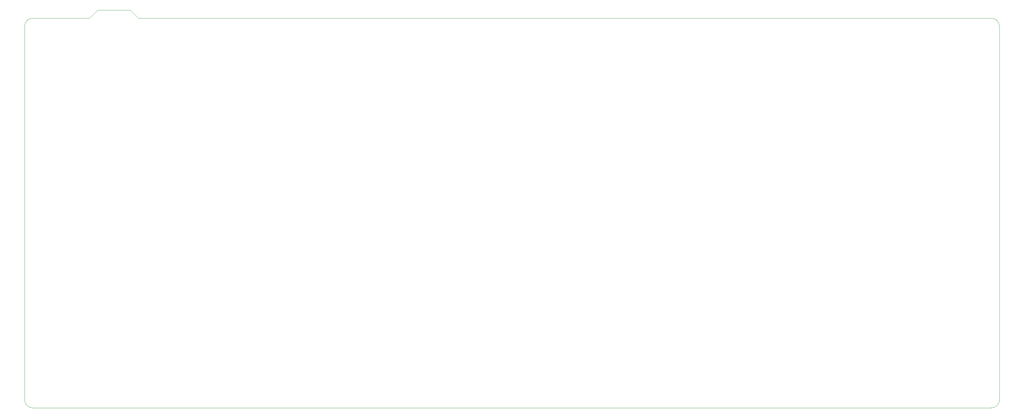
<source format=gm1>
G04 #@! TF.GenerationSoftware,KiCad,Pcbnew,(6.0.5-0)*
G04 #@! TF.CreationDate,2022-07-26T23:18:35+09:00*
G04 #@! TF.ProjectId,key-ripper,6b65792d-7269-4707-9065-722e6b696361,rev?*
G04 #@! TF.SameCoordinates,Original*
G04 #@! TF.FileFunction,Profile,NP*
%FSLAX46Y46*%
G04 Gerber Fmt 4.6, Leading zero omitted, Abs format (unit mm)*
G04 Created by KiCad (PCBNEW (6.0.5-0)) date 2022-07-26 23:18:35*
%MOMM*%
%LPD*%
G01*
G04 APERTURE LIST*
G04 #@! TA.AperFunction,Profile*
%ADD10C,0.100000*%
G04 #@! TD*
G04 APERTURE END LIST*
D10*
X19050000Y-130968750D02*
X19050000Y-21431250D01*
X302418750Y-133350000D02*
X21431250Y-133350000D01*
X40481250Y-16668750D02*
X50006250Y-16668750D01*
X304800000Y-21431250D02*
X304800000Y-130968750D01*
X52387500Y-19050000D02*
X302418750Y-19050000D01*
X40481250Y-16668750D02*
X38100000Y-19050000D01*
X21431250Y-19050000D02*
X38100000Y-19050000D01*
X302418750Y-133350000D02*
G75*
G03*
X304800000Y-130968750I-50J2381300D01*
G01*
X19050000Y-130968750D02*
G75*
G03*
X21431250Y-133350000I2381250J0D01*
G01*
X50006250Y-16668750D02*
X52387500Y-19050000D01*
X21431250Y-19050000D02*
G75*
G03*
X19050000Y-21431250I0J-2381250D01*
G01*
X304800000Y-21431250D02*
G75*
G03*
X302418750Y-19050000I-2381300J-50D01*
G01*
M02*

</source>
